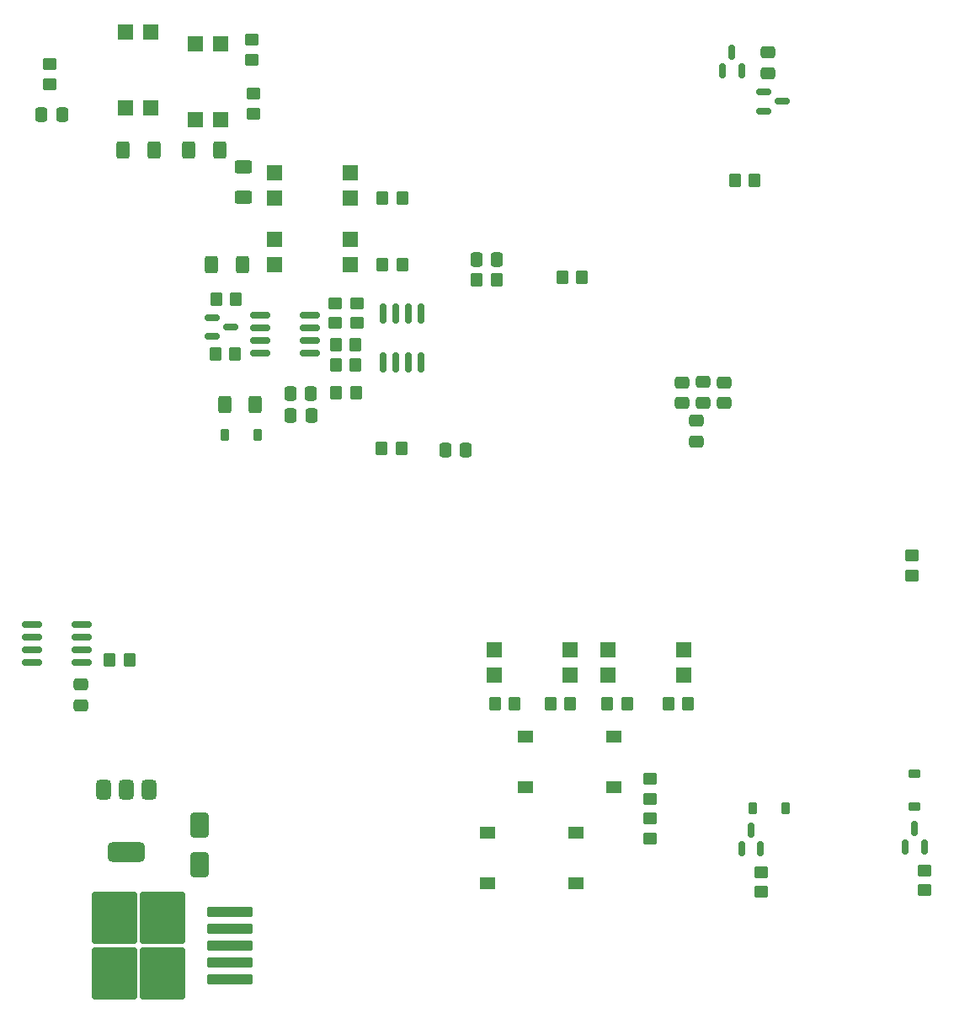
<source format=gbr>
%TF.GenerationSoftware,KiCad,Pcbnew,8.0.2-8.0.2-0~ubuntu22.04.1*%
%TF.CreationDate,2024-05-24T16:28:22+03:30*%
%TF.ProjectId,test,74657374-2e6b-4696-9361-645f70636258,rev?*%
%TF.SameCoordinates,Original*%
%TF.FileFunction,Paste,Bot*%
%TF.FilePolarity,Positive*%
%FSLAX46Y46*%
G04 Gerber Fmt 4.6, Leading zero omitted, Abs format (unit mm)*
G04 Created by KiCad (PCBNEW 8.0.2-8.0.2-0~ubuntu22.04.1) date 2024-05-24 16:28:22*
%MOMM*%
%LPD*%
G01*
G04 APERTURE LIST*
G04 Aperture macros list*
%AMRoundRect*
0 Rectangle with rounded corners*
0 $1 Rounding radius*
0 $2 $3 $4 $5 $6 $7 $8 $9 X,Y pos of 4 corners*
0 Add a 4 corners polygon primitive as box body*
4,1,4,$2,$3,$4,$5,$6,$7,$8,$9,$2,$3,0*
0 Add four circle primitives for the rounded corners*
1,1,$1+$1,$2,$3*
1,1,$1+$1,$4,$5*
1,1,$1+$1,$6,$7*
1,1,$1+$1,$8,$9*
0 Add four rect primitives between the rounded corners*
20,1,$1+$1,$2,$3,$4,$5,0*
20,1,$1+$1,$4,$5,$6,$7,0*
20,1,$1+$1,$6,$7,$8,$9,0*
20,1,$1+$1,$8,$9,$2,$3,0*%
G04 Aperture macros list end*
%ADD10RoundRect,0.375000X-0.375000X0.625000X-0.375000X-0.625000X0.375000X-0.625000X0.375000X0.625000X0*%
%ADD11RoundRect,0.500000X-1.400000X0.500000X-1.400000X-0.500000X1.400000X-0.500000X1.400000X0.500000X0*%
%ADD12RoundRect,0.250000X-0.450000X0.350000X-0.450000X-0.350000X0.450000X-0.350000X0.450000X0.350000X0*%
%ADD13RoundRect,0.150000X-0.587500X-0.150000X0.587500X-0.150000X0.587500X0.150000X-0.587500X0.150000X0*%
%ADD14R,1.600000X1.600000*%
%ADD15RoundRect,0.250000X0.450000X-0.350000X0.450000X0.350000X-0.450000X0.350000X-0.450000X-0.350000X0*%
%ADD16R,1.500000X1.300000*%
%ADD17RoundRect,0.250000X-0.400000X-0.625000X0.400000X-0.625000X0.400000X0.625000X-0.400000X0.625000X0*%
%ADD18RoundRect,0.250000X0.350000X0.450000X-0.350000X0.450000X-0.350000X-0.450000X0.350000X-0.450000X0*%
%ADD19RoundRect,0.225000X-0.375000X0.225000X-0.375000X-0.225000X0.375000X-0.225000X0.375000X0.225000X0*%
%ADD20RoundRect,0.250000X0.337500X0.475000X-0.337500X0.475000X-0.337500X-0.475000X0.337500X-0.475000X0*%
%ADD21RoundRect,0.150000X0.150000X-0.587500X0.150000X0.587500X-0.150000X0.587500X-0.150000X-0.587500X0*%
%ADD22RoundRect,0.250000X0.475000X-0.337500X0.475000X0.337500X-0.475000X0.337500X-0.475000X-0.337500X0*%
%ADD23RoundRect,0.150000X-0.825000X-0.150000X0.825000X-0.150000X0.825000X0.150000X-0.825000X0.150000X0*%
%ADD24RoundRect,0.250000X-0.625000X0.400000X-0.625000X-0.400000X0.625000X-0.400000X0.625000X0.400000X0*%
%ADD25RoundRect,0.250000X2.050000X0.300000X-2.050000X0.300000X-2.050000X-0.300000X2.050000X-0.300000X0*%
%ADD26RoundRect,0.250000X2.025000X2.375000X-2.025000X2.375000X-2.025000X-2.375000X2.025000X-2.375000X0*%
%ADD27RoundRect,0.250000X-0.350000X-0.450000X0.350000X-0.450000X0.350000X0.450000X-0.350000X0.450000X0*%
%ADD28RoundRect,0.225000X0.225000X0.375000X-0.225000X0.375000X-0.225000X-0.375000X0.225000X-0.375000X0*%
%ADD29RoundRect,0.250000X0.400000X0.625000X-0.400000X0.625000X-0.400000X-0.625000X0.400000X-0.625000X0*%
%ADD30RoundRect,0.250000X-0.475000X0.337500X-0.475000X-0.337500X0.475000X-0.337500X0.475000X0.337500X0*%
%ADD31RoundRect,0.250000X-0.337500X-0.475000X0.337500X-0.475000X0.337500X0.475000X-0.337500X0.475000X0*%
%ADD32RoundRect,0.225000X-0.225000X-0.375000X0.225000X-0.375000X0.225000X0.375000X-0.225000X0.375000X0*%
%ADD33RoundRect,0.150000X-0.150000X0.825000X-0.150000X-0.825000X0.150000X-0.825000X0.150000X0.825000X0*%
%ADD34RoundRect,0.150000X0.825000X0.150000X-0.825000X0.150000X-0.825000X-0.150000X0.825000X-0.150000X0*%
%ADD35RoundRect,0.250000X0.650000X-1.000000X0.650000X1.000000X-0.650000X1.000000X-0.650000X-1.000000X0*%
G04 APERTURE END LIST*
D10*
%TO.C,U2*%
X9887500Y-77510000D03*
X12187500Y-77510000D03*
D11*
X12187500Y-83810000D03*
D10*
X14487500Y-77510000D03*
%TD*%
D12*
%TO.C,r35*%
X24910000Y-7580000D03*
X24910000Y-9580000D03*
%TD*%
D13*
%TO.C,qm1*%
X20822500Y-31980000D03*
X20822500Y-30080000D03*
X22697500Y-31030000D03*
%TD*%
D14*
%TO.C,out1*%
X27030000Y-24800000D03*
X27030000Y-22260000D03*
X34650000Y-22260000D03*
X34650000Y-24800000D03*
%TD*%
D15*
%TO.C,r18*%
X64830000Y-78450000D03*
X64830000Y-76450000D03*
%TD*%
D16*
%TO.C,bridge1*%
X52300000Y-77280000D03*
X52300000Y-72180000D03*
X61200000Y-72180000D03*
X61200000Y-77280000D03*
%TD*%
D17*
%TO.C,r28*%
X20740000Y-24790000D03*
X23840000Y-24790000D03*
%TD*%
D18*
%TO.C,r17*%
X68650000Y-68850000D03*
X66650000Y-68850000D03*
%TD*%
D19*
%TO.C,dr1*%
X91450000Y-75910000D03*
X91450000Y-79210000D03*
%TD*%
D20*
%TO.C,cm7*%
X46317500Y-43410000D03*
X44242500Y-43410000D03*
%TD*%
D13*
%TO.C,Q2*%
X76275000Y-9320000D03*
X76275000Y-7420000D03*
X78150000Y-8370000D03*
%TD*%
D21*
%TO.C,qr1*%
X92402500Y-83247856D03*
X90502500Y-83247856D03*
X91452500Y-81372856D03*
%TD*%
D14*
%TO.C,out4*%
X14610000Y-9000000D03*
X12070000Y-9000000D03*
X12070000Y-1380000D03*
X14610000Y-1380000D03*
%TD*%
%TO.C,aco2*%
X49180000Y-66020000D03*
X49180000Y-63480000D03*
X56800000Y-63480000D03*
X56800000Y-66020000D03*
%TD*%
D18*
%TO.C,r21*%
X62510000Y-68880000D03*
X60510000Y-68880000D03*
%TD*%
D22*
%TO.C,cen1*%
X76700000Y-5537500D03*
X76700000Y-3462500D03*
%TD*%
D15*
%TO.C,r34*%
X24740000Y-4190000D03*
X24740000Y-2190000D03*
%TD*%
D23*
%TO.C,U3*%
X25655000Y-33640000D03*
X25655000Y-32370000D03*
X25655000Y-31100000D03*
X25655000Y-29830000D03*
X30605000Y-29830000D03*
X30605000Y-31100000D03*
X30605000Y-32370000D03*
X30605000Y-33640000D03*
%TD*%
D17*
%TO.C,r33*%
X11830000Y-13210000D03*
X14930000Y-13210000D03*
%TD*%
D24*
%TO.C,r29*%
X23970000Y-14920000D03*
X23970000Y-18020000D03*
%TD*%
D25*
%TO.C,U5*%
X22550000Y-89800000D03*
X22550000Y-91500000D03*
X22550000Y-93200000D03*
D26*
X15825000Y-95975000D03*
X15825000Y-90425000D03*
X10975000Y-95975000D03*
X10975000Y-90425000D03*
D25*
X22550000Y-94900000D03*
X22550000Y-96600000D03*
%TD*%
D14*
%TO.C,out3*%
X21640000Y-10220000D03*
X19100000Y-10220000D03*
X19100000Y-2600000D03*
X21640000Y-2600000D03*
%TD*%
D18*
%TO.C,r5*%
X39840000Y-43200000D03*
X37840000Y-43200000D03*
%TD*%
%TO.C,r23*%
X23115000Y-33780000D03*
X21115000Y-33780000D03*
%TD*%
D27*
%TO.C,ebj1*%
X56000000Y-26000000D03*
X58000000Y-26000000D03*
%TD*%
D28*
%TO.C,dr2*%
X78497500Y-79340000D03*
X75197500Y-79340000D03*
%TD*%
D29*
%TO.C,r2*%
X25157500Y-38830000D03*
X22057500Y-38830000D03*
%TD*%
D27*
%TO.C,rsj1*%
X33225000Y-34860000D03*
X35225000Y-34860000D03*
%TD*%
D14*
%TO.C,aco1*%
X68180000Y-63480000D03*
X68180000Y-66020000D03*
X60560000Y-66020000D03*
X60560000Y-63480000D03*
%TD*%
D27*
%TO.C,r30*%
X37920000Y-24730000D03*
X39920000Y-24730000D03*
%TD*%
%TO.C,r31*%
X37920000Y-18090000D03*
X39920000Y-18090000D03*
%TD*%
%TO.C,rsj0*%
X33225000Y-32810000D03*
X35225000Y-32810000D03*
%TD*%
D30*
%TO.C,cx1*%
X7630000Y-66972500D03*
X7630000Y-69047500D03*
%TD*%
D22*
%TO.C,cm4*%
X70170000Y-38647500D03*
X70170000Y-36572500D03*
%TD*%
D27*
%TO.C,r20*%
X49230000Y-68910000D03*
X51230000Y-68910000D03*
%TD*%
D15*
%TO.C,rlb1*%
X92400000Y-87630356D03*
X92400000Y-85630356D03*
%TD*%
D31*
%TO.C,cm6*%
X3632500Y-9720000D03*
X5707500Y-9720000D03*
%TD*%
D21*
%TO.C,Q1*%
X74030000Y-5267500D03*
X72130000Y-5267500D03*
X73080000Y-3392500D03*
%TD*%
D15*
%TO.C,rlb2*%
X76000000Y-87800000D03*
X76000000Y-85800000D03*
%TD*%
D27*
%TO.C,r26*%
X33240000Y-37660000D03*
X35240000Y-37660000D03*
%TD*%
D31*
%TO.C,c3*%
X28697500Y-39950000D03*
X30772500Y-39950000D03*
%TD*%
D16*
%TO.C,bridge2*%
X48490000Y-86910000D03*
X48490000Y-81810000D03*
X57390000Y-81810000D03*
X57390000Y-86910000D03*
%TD*%
D22*
%TO.C,cm3*%
X72310000Y-38667500D03*
X72310000Y-36592500D03*
%TD*%
%TO.C,cm2*%
X69500000Y-42537500D03*
X69500000Y-40462500D03*
%TD*%
D14*
%TO.C,out2*%
X27030000Y-18050000D03*
X27030000Y-15510000D03*
X34650000Y-15510000D03*
X34650000Y-18050000D03*
%TD*%
D18*
%TO.C,mxj1*%
X12500000Y-64500000D03*
X10500000Y-64500000D03*
%TD*%
D15*
%TO.C,rf1*%
X91160000Y-56000000D03*
X91160000Y-54000000D03*
%TD*%
D22*
%TO.C,cm5*%
X68070000Y-38657500D03*
X68070000Y-36582500D03*
%TD*%
D18*
%TO.C,rsjg1*%
X49400000Y-26330000D03*
X47400000Y-26330000D03*
%TD*%
D31*
%TO.C,c6*%
X28647500Y-37730000D03*
X30722500Y-37730000D03*
%TD*%
%TO.C,c7*%
X47382500Y-24260000D03*
X49457500Y-24260000D03*
%TD*%
D32*
%TO.C,di2*%
X22032500Y-41850000D03*
X25332500Y-41850000D03*
%TD*%
D18*
%TO.C,r22*%
X56826666Y-68880000D03*
X54826666Y-68880000D03*
%TD*%
D12*
%TO.C,r6*%
X35365000Y-28640000D03*
X35365000Y-30640000D03*
%TD*%
D33*
%TO.C,iso1*%
X38015000Y-29675000D03*
X39285000Y-29675000D03*
X40555000Y-29675000D03*
X41825000Y-29675000D03*
X41825000Y-34625000D03*
X40555000Y-34625000D03*
X39285000Y-34625000D03*
X38015000Y-34625000D03*
%TD*%
D12*
%TO.C,r1*%
X4470000Y-4620000D03*
X4470000Y-6620000D03*
%TD*%
D34*
%TO.C,U6*%
X7675000Y-60905000D03*
X7675000Y-62175000D03*
X7675000Y-63445000D03*
X7675000Y-64715000D03*
X2725000Y-64715000D03*
X2725000Y-63445000D03*
X2725000Y-62175000D03*
X2725000Y-60905000D03*
%TD*%
D21*
%TO.C,qr2*%
X75950000Y-83437500D03*
X74050000Y-83437500D03*
X75000000Y-81562500D03*
%TD*%
D35*
%TO.C,Ds1*%
X19510000Y-85050000D03*
X19510000Y-81050000D03*
%TD*%
D12*
%TO.C,r27*%
X33205000Y-28620000D03*
X33205000Y-30620000D03*
%TD*%
D27*
%TO.C,ebp2*%
X73340000Y-16270000D03*
X75340000Y-16270000D03*
%TD*%
D17*
%TO.C,r32*%
X18460000Y-13250000D03*
X21560000Y-13250000D03*
%TD*%
D12*
%TO.C,r19*%
X64830000Y-80410000D03*
X64830000Y-82410000D03*
%TD*%
D27*
%TO.C,r24*%
X21185000Y-28200000D03*
X23185000Y-28200000D03*
%TD*%
M02*

</source>
